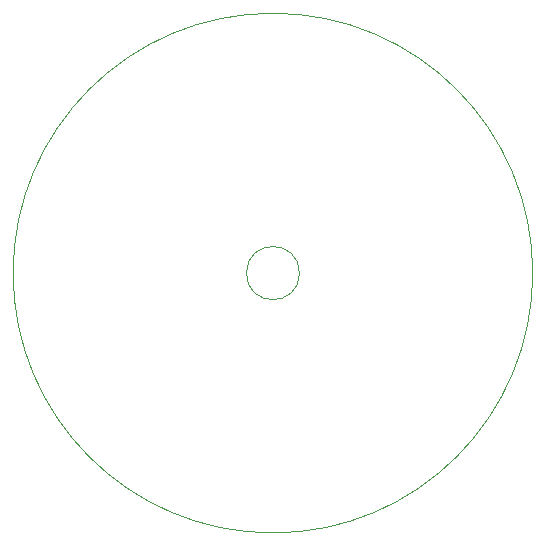
<source format=gko>
G04*
G04 #@! TF.GenerationSoftware,Altium Limited,Altium Designer,20.1.14 (287)*
G04*
G04 Layer_Color=16711935*
%FSLAX25Y25*%
%MOIN*%
G70*
G04*
G04 #@! TF.SameCoordinates,B8DE9612-172B-4E27-A0E0-44EA1AA92255*
G04*
G04*
G04 #@! TF.FilePolarity,Positive*
G04*
G01*
G75*
%ADD25C,0.00050*%
D25*
X86614Y0D02*
G03*
X86614Y0I-86614J0D01*
G01*
X8858D02*
G03*
X8858Y0I-8858J0D01*
G01*
M02*

</source>
